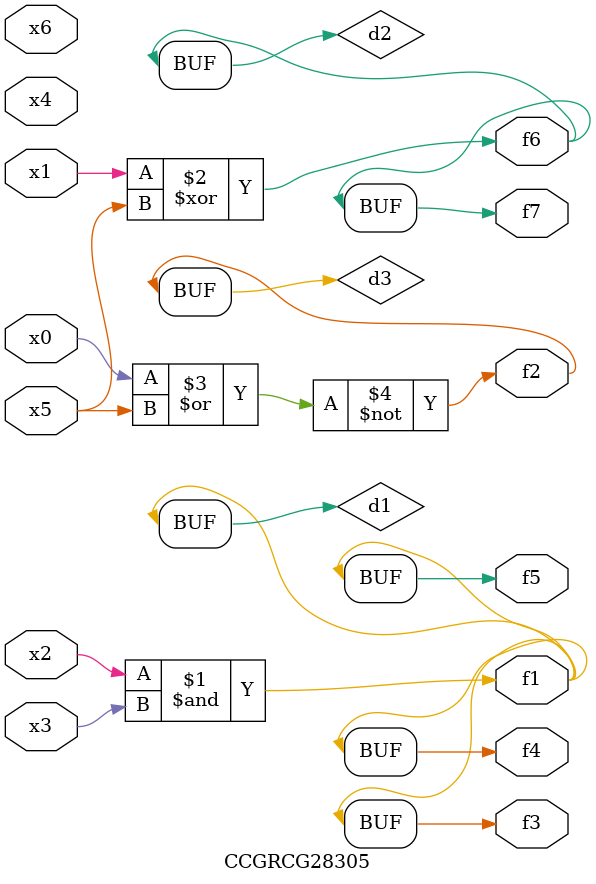
<source format=v>
module CCGRCG28305(
	input x0, x1, x2, x3, x4, x5, x6,
	output f1, f2, f3, f4, f5, f6, f7
);

	wire d1, d2, d3;

	and (d1, x2, x3);
	xor (d2, x1, x5);
	nor (d3, x0, x5);
	assign f1 = d1;
	assign f2 = d3;
	assign f3 = d1;
	assign f4 = d1;
	assign f5 = d1;
	assign f6 = d2;
	assign f7 = d2;
endmodule

</source>
